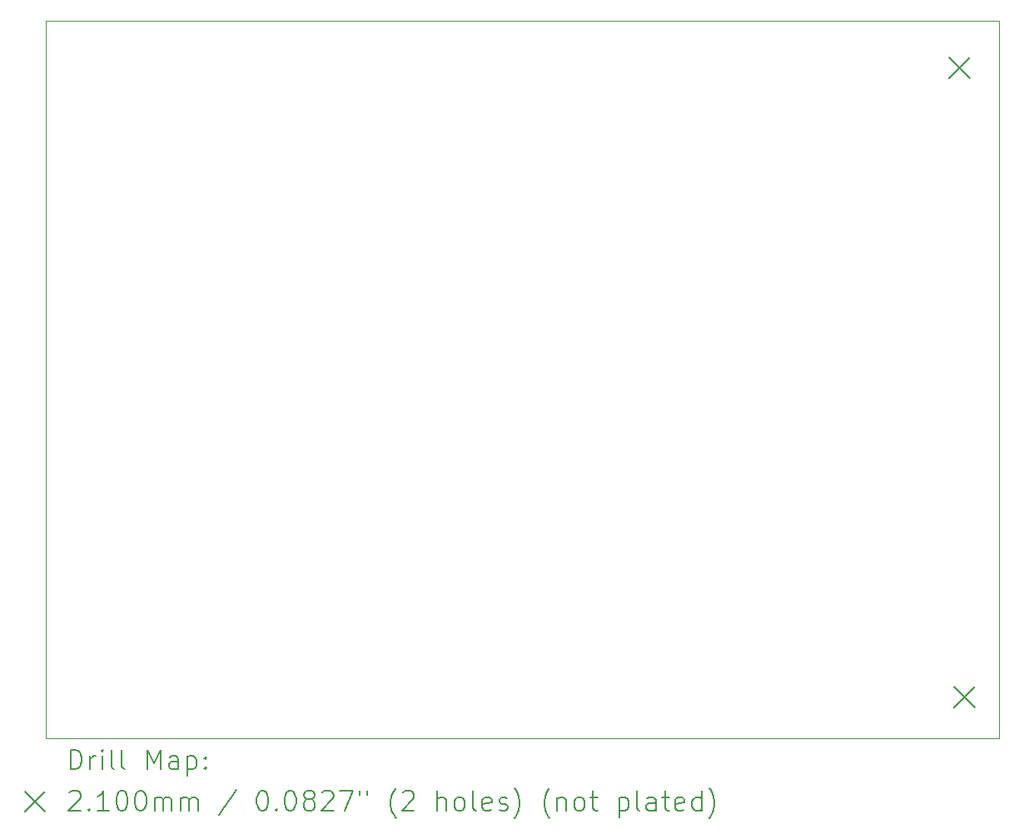
<source format=gbr>
%FSLAX45Y45*%
G04 Gerber Fmt 4.5, Leading zero omitted, Abs format (unit mm)*
G04 Created by KiCad (PCBNEW (6.0.2)) date 2022-04-16 20:03:41*
%MOMM*%
%LPD*%
G01*
G04 APERTURE LIST*
%TA.AperFunction,Profile*%
%ADD10C,0.100000*%
%TD*%
%ADD11C,0.200000*%
%ADD12C,0.210000*%
G04 APERTURE END LIST*
D10*
X18700000Y-7800000D02*
X9300000Y-7800000D01*
X18700000Y-15100000D02*
X9300000Y-15100000D01*
X18800000Y-15100000D02*
X18700000Y-15100000D01*
X9300000Y-7800000D02*
X9300000Y-15100000D01*
X18800000Y-7800000D02*
X19000000Y-7800000D01*
X18800000Y-7800000D02*
X18700000Y-7800000D01*
X18800000Y-15100000D02*
X19000000Y-15100000D01*
X19000000Y-7800000D02*
X19000000Y-15100000D01*
D11*
D12*
X18487800Y-8175400D02*
X18697800Y-8385400D01*
X18697800Y-8175400D02*
X18487800Y-8385400D01*
X18538600Y-14576200D02*
X18748600Y-14786200D01*
X18748600Y-14576200D02*
X18538600Y-14786200D01*
D11*
X9552619Y-15415476D02*
X9552619Y-15215476D01*
X9600238Y-15215476D01*
X9628810Y-15225000D01*
X9647857Y-15244048D01*
X9657381Y-15263095D01*
X9666905Y-15301190D01*
X9666905Y-15329762D01*
X9657381Y-15367857D01*
X9647857Y-15386905D01*
X9628810Y-15405952D01*
X9600238Y-15415476D01*
X9552619Y-15415476D01*
X9752619Y-15415476D02*
X9752619Y-15282143D01*
X9752619Y-15320238D02*
X9762143Y-15301190D01*
X9771667Y-15291667D01*
X9790714Y-15282143D01*
X9809762Y-15282143D01*
X9876429Y-15415476D02*
X9876429Y-15282143D01*
X9876429Y-15215476D02*
X9866905Y-15225000D01*
X9876429Y-15234524D01*
X9885952Y-15225000D01*
X9876429Y-15215476D01*
X9876429Y-15234524D01*
X10000238Y-15415476D02*
X9981190Y-15405952D01*
X9971667Y-15386905D01*
X9971667Y-15215476D01*
X10105000Y-15415476D02*
X10085952Y-15405952D01*
X10076429Y-15386905D01*
X10076429Y-15215476D01*
X10333571Y-15415476D02*
X10333571Y-15215476D01*
X10400238Y-15358333D01*
X10466905Y-15215476D01*
X10466905Y-15415476D01*
X10647857Y-15415476D02*
X10647857Y-15310714D01*
X10638333Y-15291667D01*
X10619286Y-15282143D01*
X10581190Y-15282143D01*
X10562143Y-15291667D01*
X10647857Y-15405952D02*
X10628810Y-15415476D01*
X10581190Y-15415476D01*
X10562143Y-15405952D01*
X10552619Y-15386905D01*
X10552619Y-15367857D01*
X10562143Y-15348809D01*
X10581190Y-15339286D01*
X10628810Y-15339286D01*
X10647857Y-15329762D01*
X10743095Y-15282143D02*
X10743095Y-15482143D01*
X10743095Y-15291667D02*
X10762143Y-15282143D01*
X10800238Y-15282143D01*
X10819286Y-15291667D01*
X10828810Y-15301190D01*
X10838333Y-15320238D01*
X10838333Y-15377381D01*
X10828810Y-15396428D01*
X10819286Y-15405952D01*
X10800238Y-15415476D01*
X10762143Y-15415476D01*
X10743095Y-15405952D01*
X10924048Y-15396428D02*
X10933571Y-15405952D01*
X10924048Y-15415476D01*
X10914524Y-15405952D01*
X10924048Y-15396428D01*
X10924048Y-15415476D01*
X10924048Y-15291667D02*
X10933571Y-15301190D01*
X10924048Y-15310714D01*
X10914524Y-15301190D01*
X10924048Y-15291667D01*
X10924048Y-15310714D01*
X9095000Y-15645000D02*
X9295000Y-15845000D01*
X9295000Y-15645000D02*
X9095000Y-15845000D01*
X9543095Y-15654524D02*
X9552619Y-15645000D01*
X9571667Y-15635476D01*
X9619286Y-15635476D01*
X9638333Y-15645000D01*
X9647857Y-15654524D01*
X9657381Y-15673571D01*
X9657381Y-15692619D01*
X9647857Y-15721190D01*
X9533571Y-15835476D01*
X9657381Y-15835476D01*
X9743095Y-15816428D02*
X9752619Y-15825952D01*
X9743095Y-15835476D01*
X9733571Y-15825952D01*
X9743095Y-15816428D01*
X9743095Y-15835476D01*
X9943095Y-15835476D02*
X9828810Y-15835476D01*
X9885952Y-15835476D02*
X9885952Y-15635476D01*
X9866905Y-15664048D01*
X9847857Y-15683095D01*
X9828810Y-15692619D01*
X10066905Y-15635476D02*
X10085952Y-15635476D01*
X10105000Y-15645000D01*
X10114524Y-15654524D01*
X10124048Y-15673571D01*
X10133571Y-15711667D01*
X10133571Y-15759286D01*
X10124048Y-15797381D01*
X10114524Y-15816428D01*
X10105000Y-15825952D01*
X10085952Y-15835476D01*
X10066905Y-15835476D01*
X10047857Y-15825952D01*
X10038333Y-15816428D01*
X10028810Y-15797381D01*
X10019286Y-15759286D01*
X10019286Y-15711667D01*
X10028810Y-15673571D01*
X10038333Y-15654524D01*
X10047857Y-15645000D01*
X10066905Y-15635476D01*
X10257381Y-15635476D02*
X10276429Y-15635476D01*
X10295476Y-15645000D01*
X10305000Y-15654524D01*
X10314524Y-15673571D01*
X10324048Y-15711667D01*
X10324048Y-15759286D01*
X10314524Y-15797381D01*
X10305000Y-15816428D01*
X10295476Y-15825952D01*
X10276429Y-15835476D01*
X10257381Y-15835476D01*
X10238333Y-15825952D01*
X10228810Y-15816428D01*
X10219286Y-15797381D01*
X10209762Y-15759286D01*
X10209762Y-15711667D01*
X10219286Y-15673571D01*
X10228810Y-15654524D01*
X10238333Y-15645000D01*
X10257381Y-15635476D01*
X10409762Y-15835476D02*
X10409762Y-15702143D01*
X10409762Y-15721190D02*
X10419286Y-15711667D01*
X10438333Y-15702143D01*
X10466905Y-15702143D01*
X10485952Y-15711667D01*
X10495476Y-15730714D01*
X10495476Y-15835476D01*
X10495476Y-15730714D02*
X10505000Y-15711667D01*
X10524048Y-15702143D01*
X10552619Y-15702143D01*
X10571667Y-15711667D01*
X10581190Y-15730714D01*
X10581190Y-15835476D01*
X10676429Y-15835476D02*
X10676429Y-15702143D01*
X10676429Y-15721190D02*
X10685952Y-15711667D01*
X10705000Y-15702143D01*
X10733571Y-15702143D01*
X10752619Y-15711667D01*
X10762143Y-15730714D01*
X10762143Y-15835476D01*
X10762143Y-15730714D02*
X10771667Y-15711667D01*
X10790714Y-15702143D01*
X10819286Y-15702143D01*
X10838333Y-15711667D01*
X10847857Y-15730714D01*
X10847857Y-15835476D01*
X11238333Y-15625952D02*
X11066905Y-15883095D01*
X11495476Y-15635476D02*
X11514524Y-15635476D01*
X11533571Y-15645000D01*
X11543095Y-15654524D01*
X11552619Y-15673571D01*
X11562143Y-15711667D01*
X11562143Y-15759286D01*
X11552619Y-15797381D01*
X11543095Y-15816428D01*
X11533571Y-15825952D01*
X11514524Y-15835476D01*
X11495476Y-15835476D01*
X11476428Y-15825952D01*
X11466905Y-15816428D01*
X11457381Y-15797381D01*
X11447857Y-15759286D01*
X11447857Y-15711667D01*
X11457381Y-15673571D01*
X11466905Y-15654524D01*
X11476428Y-15645000D01*
X11495476Y-15635476D01*
X11647857Y-15816428D02*
X11657381Y-15825952D01*
X11647857Y-15835476D01*
X11638333Y-15825952D01*
X11647857Y-15816428D01*
X11647857Y-15835476D01*
X11781190Y-15635476D02*
X11800238Y-15635476D01*
X11819286Y-15645000D01*
X11828809Y-15654524D01*
X11838333Y-15673571D01*
X11847857Y-15711667D01*
X11847857Y-15759286D01*
X11838333Y-15797381D01*
X11828809Y-15816428D01*
X11819286Y-15825952D01*
X11800238Y-15835476D01*
X11781190Y-15835476D01*
X11762143Y-15825952D01*
X11752619Y-15816428D01*
X11743095Y-15797381D01*
X11733571Y-15759286D01*
X11733571Y-15711667D01*
X11743095Y-15673571D01*
X11752619Y-15654524D01*
X11762143Y-15645000D01*
X11781190Y-15635476D01*
X11962143Y-15721190D02*
X11943095Y-15711667D01*
X11933571Y-15702143D01*
X11924048Y-15683095D01*
X11924048Y-15673571D01*
X11933571Y-15654524D01*
X11943095Y-15645000D01*
X11962143Y-15635476D01*
X12000238Y-15635476D01*
X12019286Y-15645000D01*
X12028809Y-15654524D01*
X12038333Y-15673571D01*
X12038333Y-15683095D01*
X12028809Y-15702143D01*
X12019286Y-15711667D01*
X12000238Y-15721190D01*
X11962143Y-15721190D01*
X11943095Y-15730714D01*
X11933571Y-15740238D01*
X11924048Y-15759286D01*
X11924048Y-15797381D01*
X11933571Y-15816428D01*
X11943095Y-15825952D01*
X11962143Y-15835476D01*
X12000238Y-15835476D01*
X12019286Y-15825952D01*
X12028809Y-15816428D01*
X12038333Y-15797381D01*
X12038333Y-15759286D01*
X12028809Y-15740238D01*
X12019286Y-15730714D01*
X12000238Y-15721190D01*
X12114524Y-15654524D02*
X12124048Y-15645000D01*
X12143095Y-15635476D01*
X12190714Y-15635476D01*
X12209762Y-15645000D01*
X12219286Y-15654524D01*
X12228809Y-15673571D01*
X12228809Y-15692619D01*
X12219286Y-15721190D01*
X12105000Y-15835476D01*
X12228809Y-15835476D01*
X12295476Y-15635476D02*
X12428809Y-15635476D01*
X12343095Y-15835476D01*
X12495476Y-15635476D02*
X12495476Y-15673571D01*
X12571667Y-15635476D02*
X12571667Y-15673571D01*
X12866905Y-15911667D02*
X12857381Y-15902143D01*
X12838333Y-15873571D01*
X12828809Y-15854524D01*
X12819286Y-15825952D01*
X12809762Y-15778333D01*
X12809762Y-15740238D01*
X12819286Y-15692619D01*
X12828809Y-15664048D01*
X12838333Y-15645000D01*
X12857381Y-15616428D01*
X12866905Y-15606905D01*
X12933571Y-15654524D02*
X12943095Y-15645000D01*
X12962143Y-15635476D01*
X13009762Y-15635476D01*
X13028809Y-15645000D01*
X13038333Y-15654524D01*
X13047857Y-15673571D01*
X13047857Y-15692619D01*
X13038333Y-15721190D01*
X12924048Y-15835476D01*
X13047857Y-15835476D01*
X13285952Y-15835476D02*
X13285952Y-15635476D01*
X13371667Y-15835476D02*
X13371667Y-15730714D01*
X13362143Y-15711667D01*
X13343095Y-15702143D01*
X13314524Y-15702143D01*
X13295476Y-15711667D01*
X13285952Y-15721190D01*
X13495476Y-15835476D02*
X13476428Y-15825952D01*
X13466905Y-15816428D01*
X13457381Y-15797381D01*
X13457381Y-15740238D01*
X13466905Y-15721190D01*
X13476428Y-15711667D01*
X13495476Y-15702143D01*
X13524048Y-15702143D01*
X13543095Y-15711667D01*
X13552619Y-15721190D01*
X13562143Y-15740238D01*
X13562143Y-15797381D01*
X13552619Y-15816428D01*
X13543095Y-15825952D01*
X13524048Y-15835476D01*
X13495476Y-15835476D01*
X13676428Y-15835476D02*
X13657381Y-15825952D01*
X13647857Y-15806905D01*
X13647857Y-15635476D01*
X13828809Y-15825952D02*
X13809762Y-15835476D01*
X13771667Y-15835476D01*
X13752619Y-15825952D01*
X13743095Y-15806905D01*
X13743095Y-15730714D01*
X13752619Y-15711667D01*
X13771667Y-15702143D01*
X13809762Y-15702143D01*
X13828809Y-15711667D01*
X13838333Y-15730714D01*
X13838333Y-15749762D01*
X13743095Y-15768809D01*
X13914524Y-15825952D02*
X13933571Y-15835476D01*
X13971667Y-15835476D01*
X13990714Y-15825952D01*
X14000238Y-15806905D01*
X14000238Y-15797381D01*
X13990714Y-15778333D01*
X13971667Y-15768809D01*
X13943095Y-15768809D01*
X13924048Y-15759286D01*
X13914524Y-15740238D01*
X13914524Y-15730714D01*
X13924048Y-15711667D01*
X13943095Y-15702143D01*
X13971667Y-15702143D01*
X13990714Y-15711667D01*
X14066905Y-15911667D02*
X14076428Y-15902143D01*
X14095476Y-15873571D01*
X14105000Y-15854524D01*
X14114524Y-15825952D01*
X14124048Y-15778333D01*
X14124048Y-15740238D01*
X14114524Y-15692619D01*
X14105000Y-15664048D01*
X14095476Y-15645000D01*
X14076428Y-15616428D01*
X14066905Y-15606905D01*
X14428809Y-15911667D02*
X14419286Y-15902143D01*
X14400238Y-15873571D01*
X14390714Y-15854524D01*
X14381190Y-15825952D01*
X14371667Y-15778333D01*
X14371667Y-15740238D01*
X14381190Y-15692619D01*
X14390714Y-15664048D01*
X14400238Y-15645000D01*
X14419286Y-15616428D01*
X14428809Y-15606905D01*
X14505000Y-15702143D02*
X14505000Y-15835476D01*
X14505000Y-15721190D02*
X14514524Y-15711667D01*
X14533571Y-15702143D01*
X14562143Y-15702143D01*
X14581190Y-15711667D01*
X14590714Y-15730714D01*
X14590714Y-15835476D01*
X14714524Y-15835476D02*
X14695476Y-15825952D01*
X14685952Y-15816428D01*
X14676428Y-15797381D01*
X14676428Y-15740238D01*
X14685952Y-15721190D01*
X14695476Y-15711667D01*
X14714524Y-15702143D01*
X14743095Y-15702143D01*
X14762143Y-15711667D01*
X14771667Y-15721190D01*
X14781190Y-15740238D01*
X14781190Y-15797381D01*
X14771667Y-15816428D01*
X14762143Y-15825952D01*
X14743095Y-15835476D01*
X14714524Y-15835476D01*
X14838333Y-15702143D02*
X14914524Y-15702143D01*
X14866905Y-15635476D02*
X14866905Y-15806905D01*
X14876428Y-15825952D01*
X14895476Y-15835476D01*
X14914524Y-15835476D01*
X15133571Y-15702143D02*
X15133571Y-15902143D01*
X15133571Y-15711667D02*
X15152619Y-15702143D01*
X15190714Y-15702143D01*
X15209762Y-15711667D01*
X15219286Y-15721190D01*
X15228809Y-15740238D01*
X15228809Y-15797381D01*
X15219286Y-15816428D01*
X15209762Y-15825952D01*
X15190714Y-15835476D01*
X15152619Y-15835476D01*
X15133571Y-15825952D01*
X15343095Y-15835476D02*
X15324048Y-15825952D01*
X15314524Y-15806905D01*
X15314524Y-15635476D01*
X15505000Y-15835476D02*
X15505000Y-15730714D01*
X15495476Y-15711667D01*
X15476428Y-15702143D01*
X15438333Y-15702143D01*
X15419286Y-15711667D01*
X15505000Y-15825952D02*
X15485952Y-15835476D01*
X15438333Y-15835476D01*
X15419286Y-15825952D01*
X15409762Y-15806905D01*
X15409762Y-15787857D01*
X15419286Y-15768809D01*
X15438333Y-15759286D01*
X15485952Y-15759286D01*
X15505000Y-15749762D01*
X15571667Y-15702143D02*
X15647857Y-15702143D01*
X15600238Y-15635476D02*
X15600238Y-15806905D01*
X15609762Y-15825952D01*
X15628809Y-15835476D01*
X15647857Y-15835476D01*
X15790714Y-15825952D02*
X15771667Y-15835476D01*
X15733571Y-15835476D01*
X15714524Y-15825952D01*
X15705000Y-15806905D01*
X15705000Y-15730714D01*
X15714524Y-15711667D01*
X15733571Y-15702143D01*
X15771667Y-15702143D01*
X15790714Y-15711667D01*
X15800238Y-15730714D01*
X15800238Y-15749762D01*
X15705000Y-15768809D01*
X15971667Y-15835476D02*
X15971667Y-15635476D01*
X15971667Y-15825952D02*
X15952619Y-15835476D01*
X15914524Y-15835476D01*
X15895476Y-15825952D01*
X15885952Y-15816428D01*
X15876428Y-15797381D01*
X15876428Y-15740238D01*
X15885952Y-15721190D01*
X15895476Y-15711667D01*
X15914524Y-15702143D01*
X15952619Y-15702143D01*
X15971667Y-15711667D01*
X16047857Y-15911667D02*
X16057381Y-15902143D01*
X16076428Y-15873571D01*
X16085952Y-15854524D01*
X16095476Y-15825952D01*
X16105000Y-15778333D01*
X16105000Y-15740238D01*
X16095476Y-15692619D01*
X16085952Y-15664048D01*
X16076428Y-15645000D01*
X16057381Y-15616428D01*
X16047857Y-15606905D01*
M02*

</source>
